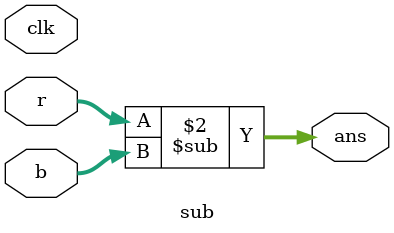
<source format=v>
`timescale 1ns / 1ps


module sub(input[16:0] r, input[16:0] b, input clk, output reg [16:0] ans);
    always @(*) begin
        ans = r - b;
    end
endmodule

</source>
